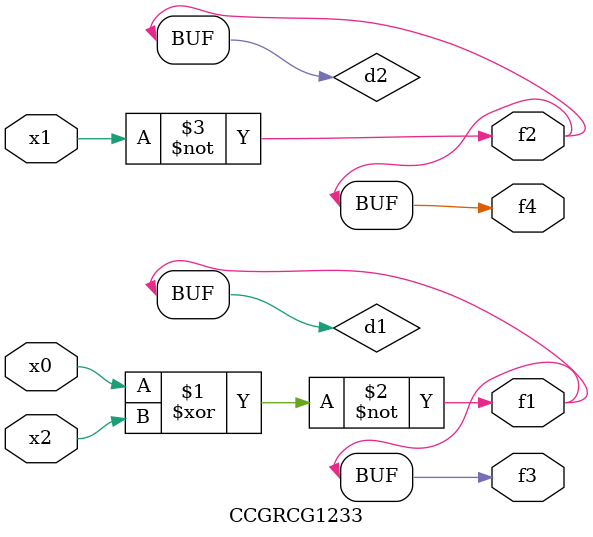
<source format=v>
module CCGRCG1233(
	input x0, x1, x2,
	output f1, f2, f3, f4
);

	wire d1, d2, d3;

	xnor (d1, x0, x2);
	nand (d2, x1);
	nor (d3, x1, x2);
	assign f1 = d1;
	assign f2 = d2;
	assign f3 = d1;
	assign f4 = d2;
endmodule

</source>
